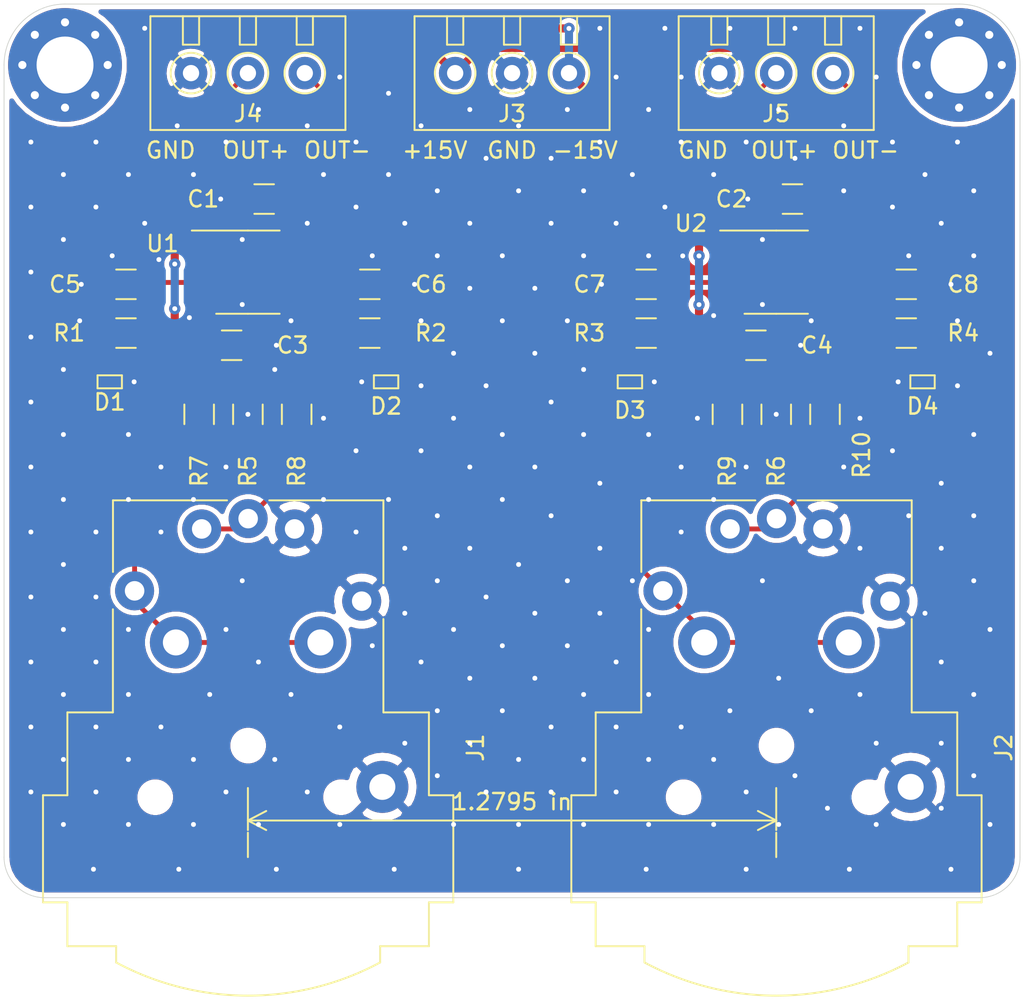
<source format=kicad_pcb>
(kicad_pcb (version 20171130) (host pcbnew "(5.1.6-0)")
  (layers (0 F.Cu signal) (31 B.Cu signal) (34 B.Paste user) (35 F.Paste user) (36 B.SilkS user) (37 F.SilkS user) (38 B.Mask user) (39 F.Mask user) (44 Edge.Cuts user))
  (net 0 "")
  (net 1 GND)
  (net 2 +15V)
  (net 3 -15V)
  (net 4 "Net-(C5-Pad1)")
  (net 5 "Net-(C6-Pad2)")
  (net 6 "Net-(C7-Pad1)")
  (net 7 "Net-(C8-Pad2)")
  (net 8 "Net-(D1-Pad1)")
  (net 9 "Net-(D2-Pad2)")
  (net 10 "Net-(D3-Pad1)")
  (net 11 "Net-(D4-Pad2)")
  (net 12 "Net-(J4-Pad2)")
  (net 13 "Net-(J5-Pad2)")
  (net 14 "Net-(R5-Pad1)")
  (net 15 "Net-(R10-Pad1)")
  (net 16 "Net-(J4-Pad1)")
  (net 17 "Net-(J5-Pad1)")
  (module local_footprint_lib:D_DFN1006 (layer F.Cu) (at 146.5 128.25)
    (fp_text reference D4 (at 0 1.5) (layer F.SilkS))
    (fp_text value SMF6.0CA)
    (pad 2 smd rect (at 0.4 0) (size 0.5 0.6) (layers F.Cu F.Paste F.Mask) (net 11 "Net-(D4-Pad2)"))
    (pad 1 smd rect (at -0.4 0) (size 0.5 0.6) (layers F.Cu F.Paste F.Mask) (net 1 GND))
  )
  (module local_footprint_lib:D_DFN1006 (layer F.Cu) (at 128.5 128.25)
    (fp_text reference D3 (at 0 1.75) (layer F.SilkS))
    (fp_text value SMF6.0CA)
    (pad 2 smd rect (at 0.4 0) (size 0.5 0.6) (layers F.Cu F.Paste F.Mask) (net 1 GND))
    (pad 1 smd rect (at -0.4 0) (size 0.5 0.6) (layers F.Cu F.Paste F.Mask) (net 10 "Net-(D3-Pad1)"))
  )
  (module local_footprint_lib:D_DFN1006 (layer F.Cu) (at 113.5 128.25)
    (fp_text reference D2 (at 0 1.5) (layer F.SilkS))
    (fp_text value SMF6.0CA)
    (pad 2 smd rect (at 0.4 0) (size 0.5 0.6) (layers F.Cu F.Paste F.Mask) (net 9 "Net-(D2-Pad2)"))
    (pad 1 smd rect (at -0.4 0) (size 0.5 0.6) (layers F.Cu F.Paste F.Mask) (net 1 GND))
  )
  (module local_footprint_lib:D_DFN1006 (layer F.Cu) (at 96.5 128.25)
    (fp_text reference D1 (at 0 1.25) (layer F.SilkS))
    (fp_text value SMF6.0CA)
    (pad 2 smd rect (at 0.4 0) (size 0.5 0.6) (layers F.Cu F.Paste F.Mask) (net 1 GND))
    (pad 1 smd rect (at -0.4 0) (size 0.5 0.6) (layers F.Cu F.Paste F.Mask) (net 8 "Net-(D1-Pad1)"))
  )
  (module Connector_Audio:Jack_XLR-6.35mm_Neutrik_NCJ6FA-H-0_Horizontal (layer F.Cu) (at 112 141.75 270)
    (fp_text reference J1 (at 9.015 -7 90) (layer F.SilkS))
    (fp_text value CH1)
    (pad "" np_thru_hole circle (at 12.065 12.7 270) (size 1.6 1.6) (drill 1.6) (layers *.Cu *.Mask))
    (pad "" np_thru_hole circle (at 12.065 1.27 270) (size 1.6 1.6) (drill 1.6) (layers *.Cu *.Mask))
    (pad G thru_hole circle (at 11.43 -1.27 270) (size 3.2 3.2) (drill 1.6) (layers *.Cu *.Mask) (net 1 GND))
    (pad "" np_thru_hole circle (at 8.89 6.985 270) (size 1.6 1.6) (drill 1.6) (layers *.Cu *.Mask))
    (pad T thru_hole circle (at 2.54 2.54 270) (size 3.2 3.2) (drill 1.6) (layers *.Cu *.Mask) (net 8 "Net-(D1-Pad1)"))
    (pad T thru_hole circle (at 2.54 11.43 270) (size 3.2 3.2) (drill 1.6) (layers *.Cu *.Mask) (net 8 "Net-(D1-Pad1)"))
    (pad R thru_hole circle (at -4.445 9.8425 270) (size 2.4 2.4) (drill 1.2) (layers *.Cu *.Mask) (net 9 "Net-(D2-Pad2)"))
    (pad S thru_hole circle (at -4.445 4.1275 270) (size 2.4 2.4) (drill 1.2) (layers *.Cu *.Mask) (net 1 GND))
    (pad 3 thru_hole circle (at -5.08 6.985 270) (size 2.4 2.4) (drill 1.2) (layers *.Cu *.Mask) (net 9 "Net-(D2-Pad2)"))
    (pad 2 thru_hole circle (at -0.635 13.97 270) (size 2.4 2.4) (drill 1.2) (layers *.Cu *.Mask) (net 8 "Net-(D1-Pad1)"))
    (pad 1 thru_hole circle (at 0 0 270) (size 2.4 2.4) (drill 1.2) (layers *.Cu *.Mask) (net 1 GND))
  )
  (module Connector_Audio:Jack_XLR-6.35mm_Neutrik_NCJ6FA-H-0_Horizontal (layer F.Cu) (at 144.5 141.75 270)
    (fp_text reference J2 (at 9.015 -7 90) (layer F.SilkS))
    (fp_text value CH2)
    (pad "" np_thru_hole circle (at 12.065 12.7 270) (size 1.6 1.6) (drill 1.6) (layers *.Cu *.Mask))
    (pad "" np_thru_hole circle (at 12.065 1.27 270) (size 1.6 1.6) (drill 1.6) (layers *.Cu *.Mask))
    (pad G thru_hole circle (at 11.43 -1.27 270) (size 3.2 3.2) (drill 1.6) (layers *.Cu *.Mask) (net 1 GND))
    (pad "" np_thru_hole circle (at 8.89 6.985 270) (size 1.6 1.6) (drill 1.6) (layers *.Cu *.Mask))
    (pad T thru_hole circle (at 2.54 2.54 270) (size 3.2 3.2) (drill 1.6) (layers *.Cu *.Mask) (net 10 "Net-(D3-Pad1)"))
    (pad T thru_hole circle (at 2.54 11.43 270) (size 3.2 3.2) (drill 1.6) (layers *.Cu *.Mask) (net 10 "Net-(D3-Pad1)"))
    (pad R thru_hole circle (at -4.445 9.8425 270) (size 2.4 2.4) (drill 1.2) (layers *.Cu *.Mask) (net 11 "Net-(D4-Pad2)"))
    (pad S thru_hole circle (at -4.445 4.1275 270) (size 2.4 2.4) (drill 1.2) (layers *.Cu *.Mask) (net 1 GND))
    (pad 3 thru_hole circle (at -5.08 6.985 270) (size 2.4 2.4) (drill 1.2) (layers *.Cu *.Mask) (net 11 "Net-(D4-Pad2)"))
    (pad 2 thru_hole circle (at -0.635 13.97 270) (size 2.4 2.4) (drill 1.2) (layers *.Cu *.Mask) (net 10 "Net-(D3-Pad1)"))
    (pad 1 thru_hole circle (at 0 0 270) (size 2.4 2.4) (drill 1.2) (layers *.Cu *.Mask) (net 1 GND))
  )
  (module Package_SO:SOIC-8_3.9x4.9mm_P1.27mm (layer F.Cu) (at 137.5 121.5)
    (fp_text reference U2 (at -5.25 -3) (layer F.SilkS))
    (fp_text value LM4562)
    (pad 8 smd roundrect (at 2.475 -1.905) (size 1.95 0.6) (layers F.Cu F.Paste F.Mask) (net 2 +15V))
    (pad 7 smd roundrect (at 2.475 -0.635) (size 1.95 0.6) (layers F.Cu F.Paste F.Mask) (net 17 "Net-(J5-Pad1)"))
    (pad 6 smd roundrect (at 2.475 0.635) (size 1.95 0.6) (layers F.Cu F.Paste F.Mask) (net 17 "Net-(J5-Pad1)"))
    (pad 5 smd roundrect (at 2.475 1.905) (size 1.95 0.6) (layers F.Cu F.Paste F.Mask) (net 7 "Net-(C8-Pad2)"))
    (pad 4 smd roundrect (at -2.475 1.905) (size 1.95 0.6) (layers F.Cu F.Paste F.Mask) (net 3 -15V))
    (pad 3 smd roundrect (at -2.475 0.635) (size 1.95 0.6) (layers F.Cu F.Paste F.Mask) (net 6 "Net-(C7-Pad1)"))
    (pad 2 smd roundrect (at -2.475 -0.635) (size 1.95 0.6) (layers F.Cu F.Paste F.Mask) (net 13 "Net-(J5-Pad2)"))
    (pad 1 smd roundrect (at -2.475 -1.905) (size 1.95 0.6) (layers F.Cu F.Paste F.Mask) (net 13 "Net-(J5-Pad2)"))
  )
  (module Package_SO:SOIC-8_3.9x4.9mm_P1.27mm (layer F.Cu) (at 105 121.5)
    (fp_text reference U1 (at -5.25 -1.75) (layer F.SilkS))
    (fp_text value LM4562)
    (pad 8 smd roundrect (at 2.475 -1.905) (size 1.95 0.6) (layers F.Cu F.Paste F.Mask) (net 2 +15V))
    (pad 7 smd roundrect (at 2.475 -0.635) (size 1.95 0.6) (layers F.Cu F.Paste F.Mask) (net 16 "Net-(J4-Pad1)"))
    (pad 6 smd roundrect (at 2.475 0.635) (size 1.95 0.6) (layers F.Cu F.Paste F.Mask) (net 16 "Net-(J4-Pad1)"))
    (pad 5 smd roundrect (at 2.475 1.905) (size 1.95 0.6) (layers F.Cu F.Paste F.Mask) (net 5 "Net-(C6-Pad2)"))
    (pad 4 smd roundrect (at -2.475 1.905) (size 1.95 0.6) (layers F.Cu F.Paste F.Mask) (net 3 -15V))
    (pad 3 smd roundrect (at -2.475 0.635) (size 1.95 0.6) (layers F.Cu F.Paste F.Mask) (net 4 "Net-(C5-Pad1)"))
    (pad 2 smd roundrect (at -2.475 -0.635) (size 1.95 0.6) (layers F.Cu F.Paste F.Mask) (net 12 "Net-(J4-Pad2)"))
    (pad 1 smd roundrect (at -2.475 -1.905) (size 1.95 0.6) (layers F.Cu F.Paste F.Mask) (net 12 "Net-(J4-Pad2)"))
  )
  (module Resistor_SMD:R_1206_3216Metric (layer F.Cu) (at 140.5 130.25 90)
    (fp_text reference R10 (at -2.5 2.25 90) (layer F.SilkS))
    (fp_text value 47K)
    (pad 2 smd roundrect (at 1.4 0 90) (size 1.25 1.75) (layers F.Cu F.Paste F.Mask) (roundrect_rratio 0.2) (net 7 "Net-(C8-Pad2)"))
    (pad 1 smd roundrect (at -1.4 0 90) (size 1.25 1.75) (layers F.Cu F.Paste F.Mask) (roundrect_rratio 0.2) (net 15 "Net-(R10-Pad1)"))
  )
  (module Resistor_SMD:R_1206_3216Metric (layer F.Cu) (at 134.5 130.25 270)
    (fp_text reference R9 (at 3.5 0 90) (layer F.SilkS))
    (fp_text value 47K)
    (pad 2 smd roundrect (at 1.4 0 270) (size 1.25 1.75) (layers F.Cu F.Paste F.Mask) (roundrect_rratio 0.2) (net 15 "Net-(R10-Pad1)"))
    (pad 1 smd roundrect (at -1.4 0 270) (size 1.25 1.75) (layers F.Cu F.Paste F.Mask) (roundrect_rratio 0.2) (net 6 "Net-(C7-Pad1)"))
  )
  (module Resistor_SMD:R_1206_3216Metric (layer F.Cu) (at 108 130.25 90)
    (fp_text reference R8 (at -3.5 0 90) (layer F.SilkS))
    (fp_text value 47K)
    (pad 2 smd roundrect (at 1.4 0 90) (size 1.25 1.75) (layers F.Cu F.Paste F.Mask) (roundrect_rratio 0.2) (net 5 "Net-(C6-Pad2)"))
    (pad 1 smd roundrect (at -1.4 0 90) (size 1.25 1.75) (layers F.Cu F.Paste F.Mask) (roundrect_rratio 0.2) (net 14 "Net-(R5-Pad1)"))
  )
  (module Resistor_SMD:R_1206_3216Metric (layer F.Cu) (at 102 130.25 270)
    (fp_text reference R7 (at 3.5 0 90) (layer F.SilkS))
    (fp_text value 47K)
    (pad 2 smd roundrect (at 1.4 0 270) (size 1.25 1.75) (layers F.Cu F.Paste F.Mask) (roundrect_rratio 0.2) (net 14 "Net-(R5-Pad1)"))
    (pad 1 smd roundrect (at -1.4 0 270) (size 1.25 1.75) (layers F.Cu F.Paste F.Mask) (roundrect_rratio 0.2) (net 4 "Net-(C5-Pad1)"))
  )
  (module Resistor_SMD:R_1206_3216Metric (layer F.Cu) (at 137.5 130.25 90)
    (fp_text reference R6 (at -3.5 0 90) (layer F.SilkS))
    (fp_text value 2M2)
    (pad 2 smd roundrect (at 1.4 0 90) (size 1.25 1.75) (layers F.Cu F.Paste F.Mask) (roundrect_rratio 0.2) (net 1 GND))
    (pad 1 smd roundrect (at -1.4 0 90) (size 1.25 1.75) (layers F.Cu F.Paste F.Mask) (roundrect_rratio 0.2) (net 15 "Net-(R10-Pad1)"))
  )
  (module Resistor_SMD:R_1206_3216Metric (layer F.Cu) (at 105 130.25 90)
    (fp_text reference R5 (at -3.5 0 90) (layer F.SilkS))
    (fp_text value 2M2)
    (pad 2 smd roundrect (at 1.4 0 90) (size 1.25 1.75) (layers F.Cu F.Paste F.Mask) (roundrect_rratio 0.2) (net 1 GND))
    (pad 1 smd roundrect (at -1.4 0 90) (size 1.25 1.75) (layers F.Cu F.Paste F.Mask) (roundrect_rratio 0.2) (net 14 "Net-(R5-Pad1)"))
  )
  (module Resistor_SMD:R_1206_3216Metric (layer F.Cu) (at 145.5 125.25)
    (fp_text reference R4 (at 3.5 0) (layer F.SilkS))
    (fp_text value 100R)
    (pad 2 smd roundrect (at 1.4 0) (size 1.25 1.75) (layers F.Cu F.Paste F.Mask) (roundrect_rratio 0.2) (net 11 "Net-(D4-Pad2)"))
    (pad 1 smd roundrect (at -1.4 0) (size 1.25 1.75) (layers F.Cu F.Paste F.Mask) (roundrect_rratio 0.2) (net 7 "Net-(C8-Pad2)"))
  )
  (module Resistor_SMD:R_1206_3216Metric (layer F.Cu) (at 129.5 125.25 180)
    (fp_text reference R3 (at 3.5 0) (layer F.SilkS))
    (fp_text value 100R)
    (pad 2 smd roundrect (at 1.4 0 180) (size 1.25 1.75) (layers F.Cu F.Paste F.Mask) (roundrect_rratio 0.2) (net 10 "Net-(D3-Pad1)"))
    (pad 1 smd roundrect (at -1.4 0 180) (size 1.25 1.75) (layers F.Cu F.Paste F.Mask) (roundrect_rratio 0.2) (net 6 "Net-(C7-Pad1)"))
  )
  (module Resistor_SMD:R_1206_3216Metric (layer F.Cu) (at 112.5 125.25)
    (fp_text reference R2 (at 3.75 0) (layer F.SilkS))
    (fp_text value 100R)
    (pad 2 smd roundrect (at 1.4 0) (size 1.25 1.75) (layers F.Cu F.Paste F.Mask) (roundrect_rratio 0.2) (net 9 "Net-(D2-Pad2)"))
    (pad 1 smd roundrect (at -1.4 0) (size 1.25 1.75) (layers F.Cu F.Paste F.Mask) (roundrect_rratio 0.2) (net 5 "Net-(C6-Pad2)"))
  )
  (module Resistor_SMD:R_1206_3216Metric (layer F.Cu) (at 97.5 125.25 180)
    (fp_text reference R1 (at 3.5 0) (layer F.SilkS))
    (fp_text value 100R)
    (pad 2 smd roundrect (at 1.4 0 180) (size 1.25 1.75) (layers F.Cu F.Paste F.Mask) (roundrect_rratio 0.2) (net 8 "Net-(D1-Pad1)"))
    (pad 1 smd roundrect (at -1.4 0 180) (size 1.25 1.75) (layers F.Cu F.Paste F.Mask) (roundrect_rratio 0.2) (net 4 "Net-(C5-Pad1)"))
  )
  (module Capacitor_SMD:C_1206_3216Metric (layer F.Cu) (at 145.5 122.25 180)
    (fp_text reference C8 (at -3.5 0) (layer F.SilkS))
    (fp_text value 220p)
    (pad 2 smd roundrect (at 1.4 0 180) (size 1.25 1.75) (layers F.Cu F.Paste F.Mask) (roundrect_rratio 0.2) (net 7 "Net-(C8-Pad2)"))
    (pad 1 smd roundrect (at -1.4 0 180) (size 1.25 1.75) (layers F.Cu F.Paste F.Mask) (roundrect_rratio 0.2) (net 1 GND))
  )
  (module Capacitor_SMD:C_1206_3216Metric (layer F.Cu) (at 129.5 122.25 180)
    (fp_text reference C7 (at 3.5 0) (layer F.SilkS))
    (fp_text value 220p)
    (pad 2 smd roundrect (at 1.4 0 180) (size 1.25 1.75) (layers F.Cu F.Paste F.Mask) (roundrect_rratio 0.2) (net 1 GND))
    (pad 1 smd roundrect (at -1.4 0 180) (size 1.25 1.75) (layers F.Cu F.Paste F.Mask) (roundrect_rratio 0.2) (net 6 "Net-(C7-Pad1)"))
  )
  (module Capacitor_SMD:C_1206_3216Metric (layer F.Cu) (at 112.5 122.25 180)
    (fp_text reference C6 (at -3.75 0) (layer F.SilkS))
    (fp_text value 220p)
    (pad 2 smd roundrect (at 1.4 0 180) (size 1.25 1.75) (layers F.Cu F.Paste F.Mask) (roundrect_rratio 0.2) (net 5 "Net-(C6-Pad2)"))
    (pad 1 smd roundrect (at -1.4 0 180) (size 1.25 1.75) (layers F.Cu F.Paste F.Mask) (roundrect_rratio 0.2) (net 1 GND))
  )
  (module Capacitor_SMD:C_1206_3216Metric (layer F.Cu) (at 97.5 122.25 180)
    (fp_text reference C5 (at 3.75 0) (layer F.SilkS))
    (fp_text value 220p)
    (pad 2 smd roundrect (at 1.4 0 180) (size 1.25 1.75) (layers F.Cu F.Paste F.Mask) (roundrect_rratio 0.2) (net 1 GND))
    (pad 1 smd roundrect (at -1.4 0 180) (size 1.25 1.75) (layers F.Cu F.Paste F.Mask) (roundrect_rratio 0.2) (net 4 "Net-(C5-Pad1)"))
  )
  (module Capacitor_SMD:C_1206_3216Metric (layer F.Cu) (at 136.25 126 180)
    (fp_text reference C4 (at -3.75 0) (layer F.SilkS))
    (fp_text value 100n)
    (pad 2 smd roundrect (at 1.4 0 180) (size 1.25 1.75) (layers F.Cu F.Paste F.Mask) (roundrect_rratio 0.2) (net 3 -15V))
    (pad 1 smd roundrect (at -1.4 0 180) (size 1.25 1.75) (layers F.Cu F.Paste F.Mask) (roundrect_rratio 0.2) (net 1 GND))
  )
  (module Capacitor_SMD:C_1206_3216Metric (layer F.Cu) (at 104 126 180)
    (fp_text reference C3 (at -3.75 0) (layer F.SilkS))
    (fp_text value 100n)
    (pad 2 smd roundrect (at 1.4 0 180) (size 1.25 1.75) (layers F.Cu F.Paste F.Mask) (roundrect_rratio 0.2) (net 3 -15V))
    (pad 1 smd roundrect (at -1.4 0 180) (size 1.25 1.75) (layers F.Cu F.Paste F.Mask) (roundrect_rratio 0.2) (net 1 GND))
  )
  (module Capacitor_SMD:C_1206_3216Metric (layer F.Cu) (at 138.5 117 180)
    (fp_text reference C2 (at 3.75 0) (layer F.SilkS))
    (fp_text value 100n)
    (pad 2 smd roundrect (at 1.4 0 180) (size 1.25 1.75) (layers F.Cu F.Paste F.Mask) (roundrect_rratio 0.2) (net 1 GND))
    (pad 1 smd roundrect (at -1.4 0 180) (size 1.25 1.75) (layers F.Cu F.Paste F.Mask) (roundrect_rratio 0.2) (net 2 +15V))
  )
  (module Capacitor_SMD:C_1206_3216Metric (layer F.Cu) (at 106 117 180)
    (fp_text reference C1 (at 3.75 0) (layer F.SilkS))
    (fp_text value 100n)
    (pad 2 smd roundrect (at 1.4 0 180) (size 1.25 1.75) (layers F.Cu F.Paste F.Mask) (roundrect_rratio 0.2) (net 1 GND))
    (pad 1 smd roundrect (at -1.4 0 180) (size 1.25 1.75) (layers F.Cu F.Paste F.Mask) (roundrect_rratio 0.2) (net 2 +15V))
  )
  (module MountingHole:MountingHole_3.5mm_Pad_Via (layer F.Cu) (at 148.75 108.75)
    (fp_text reference H2)
    (fp_text value MountingHole)
    (pad 1 thru_hole circle (at 1.856155 -1.856155) (size 0.8 0.8) (drill 0.5) (layers *.Cu *.Mask))
    (pad 1 thru_hole circle (at 0 -2.625) (size 0.8 0.8) (drill 0.5) (layers *.Cu *.Mask))
    (pad 1 thru_hole circle (at -1.856155 -1.856155) (size 0.8 0.8) (drill 0.5) (layers *.Cu *.Mask))
    (pad 1 thru_hole circle (at -2.625 0) (size 0.8 0.8) (drill 0.5) (layers *.Cu *.Mask))
    (pad 1 thru_hole circle (at -1.856155 1.856155) (size 0.8 0.8) (drill 0.5) (layers *.Cu *.Mask))
    (pad 1 thru_hole circle (at 0 2.625) (size 0.8 0.8) (drill 0.5) (layers *.Cu *.Mask))
    (pad 1 thru_hole circle (at 1.856155 1.856155) (size 0.8 0.8) (drill 0.5) (layers *.Cu *.Mask))
    (pad 1 thru_hole circle (at 2.625 0) (size 0.8 0.8) (drill 0.5) (layers *.Cu *.Mask))
    (pad 1 thru_hole circle (at 0 0) (size 7 7) (drill 3.5) (layers *.Cu *.Mask))
  )
  (module MountingHole:MountingHole_3.5mm_Pad_Via (layer F.Cu) (at 93.75 108.75)
    (fp_text reference H1)
    (fp_text value MountingHole)
    (pad 1 thru_hole circle (at 1.856155 -1.856155) (size 0.8 0.8) (drill 0.5) (layers *.Cu *.Mask))
    (pad 1 thru_hole circle (at 0 -2.625) (size 0.8 0.8) (drill 0.5) (layers *.Cu *.Mask))
    (pad 1 thru_hole circle (at -1.856155 -1.856155) (size 0.8 0.8) (drill 0.5) (layers *.Cu *.Mask))
    (pad 1 thru_hole circle (at -2.625 0) (size 0.8 0.8) (drill 0.5) (layers *.Cu *.Mask))
    (pad 1 thru_hole circle (at -1.856155 1.856155) (size 0.8 0.8) (drill 0.5) (layers *.Cu *.Mask))
    (pad 1 thru_hole circle (at 0 2.625) (size 0.8 0.8) (drill 0.5) (layers *.Cu *.Mask))
    (pad 1 thru_hole circle (at 1.856155 1.856155) (size 0.8 0.8) (drill 0.5) (layers *.Cu *.Mask))
    (pad 1 thru_hole circle (at 2.625 0) (size 0.8 0.8) (drill 0.5) (layers *.Cu *.Mask))
    (pad 1 thru_hole circle (at 0 0) (size 7 7) (drill 3.5) (layers *.Cu *.Mask))
  )
  (module "local_footprint_lib:TerminalBlock_ Amphenol_01_03_P3.50mm" (layer F.Cu) (at 137.5 109.25 180)
    (fp_text reference J5 (at 0 -2.5) (layer F.SilkS))
    (fp_text value CH2_OUT)
    (pad 3 thru_hole circle (at 3.5 0 180) (size 2 2) (drill 1) (layers *.Cu *.Mask) (net 1 GND))
    (pad 2 thru_hole circle (at 0 0 180) (size 2 2) (drill 1) (layers *.Cu *.Mask) (net 13 "Net-(J5-Pad2)"))
    (pad 1 thru_hole circle (at -3.5 0 180) (size 2 2) (drill 1) (layers *.Cu *.Mask) (net 17 "Net-(J5-Pad1)"))
  )
  (module "local_footprint_lib:TerminalBlock_ Amphenol_01_03_P3.50mm" (layer F.Cu) (at 105 109.25 180)
    (fp_text reference J4 (at 0 -2.5) (layer F.SilkS))
    (fp_text value CH1_OUT)
    (pad 3 thru_hole circle (at 3.5 0 180) (size 2 2) (drill 1) (layers *.Cu *.Mask) (net 1 GND))
    (pad 2 thru_hole circle (at 0 0 180) (size 2 2) (drill 1) (layers *.Cu *.Mask) (net 12 "Net-(J4-Pad2)"))
    (pad 1 thru_hole circle (at -3.5 0 180) (size 2 2) (drill 1) (layers *.Cu *.Mask) (net 16 "Net-(J4-Pad1)"))
  )
  (module "local_footprint_lib:TerminalBlock_ Amphenol_01_03_P3.50mm" (layer F.Cu) (at 121.25 109.25 180)
    (fp_text reference J3 (at 0 -2.5) (layer F.SilkS))
    (fp_text value POWER)
    (pad 3 thru_hole circle (at 3.5 0 180) (size 2 2) (drill 1) (layers *.Cu *.Mask) (net 2 +15V))
    (pad 2 thru_hole circle (at 0 0 180) (size 2 2) (drill 1) (layers *.Cu *.Mask) (net 1 GND))
    (pad 1 thru_hole circle (at -3.5 0 180) (size 2 2) (drill 1) (layers *.Cu *.Mask) (net 3 -15V))
  )
  (gr_line (start 137.5 156) (end 137.5 157.5) (layer F.SilkS) (width 0.12))
  (gr_line (start 105 156) (end 105 157.5) (layer F.SilkS) (width 0.12))
  (dimension 32.5 (width 0.12) (layer F.SilkS) (gr_text "32.500 mm" (at 121.25 156.52) (layer F.SilkS) (effects (font (size 1 1) (thickness 0.15)))) (feature1 (pts (xy 137.5 153.25) (xy 137.5 155.836421))) (feature2 (pts (xy 105 153.25) (xy 105 155.836421))) (crossbar (pts (xy 105 155.25) (xy 137.5 155.25))) (arrow1a (pts (xy 137.5 155.25) (xy 136.373496 155.836421))) (arrow1b (pts (xy 137.5 155.25) (xy 136.373496 154.663579))) (arrow2a (pts (xy 105 155.25) (xy 106.126504 155.836421))) (arrow2b (pts (xy 105 155.25) (xy 106.126504 154.663579))))
  (gr_arc (start 93.75 108.75) (end 93.75 105) (angle -90) (layer Edge.Cuts) (width 0.05))
  (gr_arc (start 148.75 108.75) (end 152.5 108.75) (angle -90) (layer Edge.Cuts) (width 0.05))
  (gr_arc (start 150 157.5) (end 150 160) (angle -90) (layer Edge.Cuts) (width 0.05))
  (gr_arc (start 92.5 157.5) (end 90 157.5) (angle -90) (layer Edge.Cuts) (width 0.05))
  (gr_line (start 90 108.75) (end 90 157.5) (layer Edge.Cuts) (width 0.05))
  (gr_line (start 148.75 105) (end 93.75 105) (layer Edge.Cuts) (width 0.05))
  (gr_line (start 152.5 157.5) (end 152.5 108.75) (layer Edge.Cuts) (width 0.05))
  (gr_line (start 92.5 160) (end 150 160) (layer Edge.Cuts) (width 0.05))
  (gr_text -15V (at 125.75 114) (layer F.SilkS) (effects (font (size 1 1))))
  (gr_text +15V (at 116.5 114) (layer F.SilkS) (effects (font (size 1 1))))
  (gr_text "OUT-\n" (at 110.5 114) (layer F.SilkS) (effects (font (size 1 1))))
  (gr_text "OUT-\n" (at 143 114) (layer F.SilkS) (effects (font (size 1 1))))
  (gr_text OUT+ (at 138 114) (layer F.SilkS) (effects (font (size 1 1))))
  (gr_text OUT+ (at 105.5 114) (layer F.SilkS) (effects (font (size 1 1))))
  (gr_text GND (at 133 114) (layer F.SilkS) (effects (font (size 1 1))))
  (gr_text GND (at 121.25 114) (layer F.SilkS) (effects (font (size 1 1))))
  (gr_text GND (at 100.25 114) (layer F.SilkS) (effects (font (size 1 1))))
  (via (at 95.5 158.25) (size 0.7) (drill 0.3) (layers F.Cu B.Cu) (net 1))
  (via (at 100.75 158.25) (size 0.7) (drill 0.3) (layers F.Cu B.Cu) (net 1))
  (via (at 106.75 158.25) (size 0.7) (drill 0.3) (layers F.Cu B.Cu) (net 1))
  (via (at 114 158.25) (size 0.7) (drill 0.3) (layers F.Cu B.Cu) (net 1))
  (via (at 121.651191 158.25) (size 0.7) (drill 0.3) (layers F.Cu B.Cu) (net 1))
  (via (at 129.5 158.25) (size 0.7) (drill 0.3) (layers F.Cu B.Cu) (net 1))
  (via (at 135.651191 158.25) (size 0.7) (drill 0.3) (layers F.Cu B.Cu) (net 1))
  (via (at 142 158.25) (size 0.7) (drill 0.3) (layers F.Cu B.Cu) (net 1))
  (via (at 148.25 158.25) (size 0.7) (drill 0.3) (layers F.Cu B.Cu) (net 1))
  (via (at 103.325 117) (size 0.7) (drill 0.3) (layers F.Cu B.Cu) (net 1))
  (segment (start 104.6 117) (end 103.325 117) (width 0.5) (layer F.Cu) (net 1))
  (via (at 106.75 126) (size 0.7) (drill 0.3) (layers F.Cu B.Cu) (net 1))
  (segment (start 105.4 126) (end 106.75 126) (width 0.5) (layer F.Cu) (net 1))
  (via (at 94.75 122.25) (size 0.7) (drill 0.3) (layers F.Cu B.Cu) (net 1))
  (segment (start 96.1 122.25) (end 94.75 122.25) (width 0.5) (layer F.Cu) (net 1))
  (via (at 105 130.25) (size 0.7) (drill 0.3) (layers F.Cu B.Cu) (net 1))
  (segment (start 105 128.85) (end 105 130.25) (width 0.5) (layer F.Cu) (net 1))
  (via (at 115.25 122.25) (size 0.7) (drill 0.3) (layers F.Cu B.Cu) (net 1))
  (segment (start 113.9 122.25) (end 115.25 122.25) (width 0.5) (layer F.Cu) (net 1))
  (via (at 137.5 130.25) (size 0.7) (drill 0.3) (layers F.Cu B.Cu) (net 1))
  (segment (start 137.5 128.85) (end 137.5 130.25) (width 0.5) (layer F.Cu) (net 1))
  (via (at 139 126) (size 0.7) (drill 0.3) (layers F.Cu B.Cu) (net 1))
  (segment (start 137.65 126) (end 139 126) (width 0.5) (layer F.Cu) (net 1))
  (via (at 135.75 117) (size 0.7) (drill 0.3) (layers F.Cu B.Cu) (net 1))
  (segment (start 137.1 117) (end 135.75 117) (width 0.5) (layer F.Cu) (net 1))
  (via (at 148.25 122.25) (size 0.7) (drill 0.3) (layers F.Cu B.Cu) (net 1))
  (segment (start 146.9 122.25) (end 148.25 122.25) (width 0.5) (layer F.Cu) (net 1))
  (via (at 126.75 122.25) (size 0.7) (drill 0.3) (layers F.Cu B.Cu) (net 1))
  (segment (start 128.1 122.25) (end 126.75 122.25) (width 0.5) (layer F.Cu) (net 1))
  (via (at 91.651191 113.4925) (size 0.7) (drill 0.3) (layers F.Cu B.Cu) (net 1))
  (via (at 91.651191 117.4925) (size 0.7) (drill 0.3) (layers F.Cu B.Cu) (net 1))
  (via (at 91.651191 121.4925) (size 0.7) (drill 0.3) (layers F.Cu B.Cu) (net 1))
  (via (at 91.651191 125.4925) (size 0.7) (drill 0.3) (layers F.Cu B.Cu) (net 1))
  (via (at 91.651191 129.4925) (size 0.7) (drill 0.3) (layers F.Cu B.Cu) (net 1))
  (via (at 91.651191 133.4925) (size 0.7) (drill 0.3) (layers F.Cu B.Cu) (net 1))
  (via (at 91.651191 137.4925) (size 0.7) (drill 0.3) (layers F.Cu B.Cu) (net 1))
  (via (at 91.651191 141.4925) (size 0.7) (drill 0.3) (layers F.Cu B.Cu) (net 1))
  (via (at 91.651191 145.4925) (size 0.7) (drill 0.3) (layers F.Cu B.Cu) (net 1))
  (via (at 91.651191 149.4925) (size 0.7) (drill 0.3) (layers F.Cu B.Cu) (net 1))
  (via (at 91.651191 153.4925) (size 0.7) (drill 0.3) (layers F.Cu B.Cu) (net 1))
  (via (at 93.651191 115.4925) (size 0.7) (drill 0.3) (layers F.Cu B.Cu) (net 1))
  (via (at 93.651191 119.4925) (size 0.7) (drill 0.3) (layers F.Cu B.Cu) (net 1))
  (via (at 93.651191 127.4925) (size 0.7) (drill 0.3) (layers F.Cu B.Cu) (net 1))
  (via (at 93.651191 131.4925) (size 0.7) (drill 0.3) (layers F.Cu B.Cu) (net 1))
  (via (at 93.651191 135.4925) (size 0.7) (drill 0.3) (layers F.Cu B.Cu) (net 1))
  (via (at 93.651191 139.4925) (size 0.7) (drill 0.3) (layers F.Cu B.Cu) (net 1))
  (via (at 93.651191 143.4925) (size 0.7) (drill 0.3) (layers F.Cu B.Cu) (net 1))
  (via (at 93.651191 147.4925) (size 0.7) (drill 0.3) (layers F.Cu B.Cu) (net 1))
  (via (at 93.651191 151.4925) (size 0.7) (drill 0.3) (layers F.Cu B.Cu) (net 1))
  (via (at 93.651191 155.4925) (size 0.7) (drill 0.3) (layers F.Cu B.Cu) (net 1))
  (via (at 94.651191 124.4925) (size 0.7) (drill 0.3) (layers F.Cu B.Cu) (net 1))
  (via (at 95.651191 113.4925) (size 0.7) (drill 0.3) (layers F.Cu B.Cu) (net 1))
  (via (at 95.651191 117.4925) (size 0.7) (drill 0.3) (layers F.Cu B.Cu) (net 1))
  (via (at 95.651191 137.4925) (size 0.7) (drill 0.3) (layers F.Cu B.Cu) (net 1))
  (via (at 95.651191 141.4925) (size 0.7) (drill 0.3) (layers F.Cu B.Cu) (net 1))
  (via (at 95.651191 145.4925) (size 0.7) (drill 0.3) (layers F.Cu B.Cu) (net 1))
  (via (at 95.651191 149.4925) (size 0.7) (drill 0.3) (layers F.Cu B.Cu) (net 1))
  (via (at 95.651191 153.4925) (size 0.7) (drill 0.3) (layers F.Cu B.Cu) (net 1))
  (via (at 96.651191 120.4925) (size 0.7) (drill 0.3) (layers F.Cu B.Cu) (net 1))
  (via (at 97.651191 115.4925) (size 0.7) (drill 0.3) (layers F.Cu B.Cu) (net 1))
  (via (at 97.651191 131.4925) (size 0.7) (drill 0.3) (layers F.Cu B.Cu) (net 1))
  (via (at 97.651191 135.4925) (size 0.7) (drill 0.3) (layers F.Cu B.Cu) (net 1))
  (via (at 97.651191 143.4925) (size 0.7) (drill 0.3) (layers F.Cu B.Cu) (net 1))
  (via (at 97.651191 147.4925) (size 0.7) (drill 0.3) (layers F.Cu B.Cu) (net 1))
  (via (at 97.651191 151.4925) (size 0.7) (drill 0.3) (layers F.Cu B.Cu) (net 1))
  (via (at 97.651191 155.4925) (size 0.7) (drill 0.3) (layers F.Cu B.Cu) (net 1))
  (via (at 98.651191 106.4925) (size 0.7) (drill 0.3) (layers F.Cu B.Cu) (net 1))
  (via (at 98.651191 118.4925) (size 0.7) (drill 0.3) (layers F.Cu B.Cu) (net 1))
  (via (at 99.651191 133.4925) (size 0.7) (drill 0.3) (layers F.Cu B.Cu) (net 1))
  (via (at 99.651191 137.4925) (size 0.7) (drill 0.3) (layers F.Cu B.Cu) (net 1))
  (via (at 99.651191 149.4925) (size 0.7) (drill 0.3) (layers F.Cu B.Cu) (net 1))
  (via (at 100.651191 112.4925) (size 0.7) (drill 0.3) (layers F.Cu B.Cu) (net 1))
  (via (at 101.651191 115.4925) (size 0.7) (drill 0.3) (layers F.Cu B.Cu) (net 1))
  (via (at 101.651191 135.4925) (size 0.7) (drill 0.3) (layers F.Cu B.Cu) (net 1))
  (via (at 101.651191 151.4925) (size 0.7) (drill 0.3) (layers F.Cu B.Cu) (net 1))
  (via (at 101.651191 155.4925) (size 0.7) (drill 0.3) (layers F.Cu B.Cu) (net 1))
  (via (at 102.651191 147.4925) (size 0.7) (drill 0.3) (layers F.Cu B.Cu) (net 1))
  (via (at 103.651191 113.4925) (size 0.7) (drill 0.3) (layers F.Cu B.Cu) (net 1))
  (via (at 103.651191 133.4925) (size 0.7) (drill 0.3) (layers F.Cu B.Cu) (net 1))
  (via (at 103.651191 143.4925) (size 0.7) (drill 0.3) (layers F.Cu B.Cu) (net 1))
  (via (at 103.651191 153.4925) (size 0.7) (drill 0.3) (layers F.Cu B.Cu) (net 1))
  (via (at 104.651191 119.4925) (size 0.7) (drill 0.3) (layers F.Cu B.Cu) (net 1))
  (via (at 104.651191 123.4925) (size 0.7) (drill 0.3) (layers F.Cu B.Cu) (net 1))
  (via (at 104.651191 140.4925) (size 0.7) (drill 0.3) (layers F.Cu B.Cu) (net 1))
  (via (at 105.651191 111.4925) (size 0.7) (drill 0.3) (layers F.Cu B.Cu) (net 1))
  (via (at 105.651191 145.4925) (size 0.7) (drill 0.3) (layers F.Cu B.Cu) (net 1))
  (via (at 105.651191 155.4925) (size 0.7) (drill 0.3) (layers F.Cu B.Cu) (net 1))
  (via (at 106.651191 127.4925) (size 0.7) (drill 0.3) (layers F.Cu B.Cu) (net 1))
  (via (at 106.651191 151.4925) (size 0.7) (drill 0.3) (layers F.Cu B.Cu) (net 1))
  (via (at 107.651191 124.4925) (size 0.7) (drill 0.3) (layers F.Cu B.Cu) (net 1))
  (via (at 107.651191 147.4925) (size 0.7) (drill 0.3) (layers F.Cu B.Cu) (net 1))
  (via (at 108.651191 112.4925) (size 0.7) (drill 0.3) (layers F.Cu B.Cu) (net 1))
  (via (at 108.651191 118.4925) (size 0.7) (drill 0.3) (layers F.Cu B.Cu) (net 1))
  (via (at 108.651191 153.4925) (size 0.7) (drill 0.3) (layers F.Cu B.Cu) (net 1))
  (via (at 109.651191 115.4925) (size 0.7) (drill 0.3) (layers F.Cu B.Cu) (net 1))
  (via (at 109.651191 130.4925) (size 0.7) (drill 0.3) (layers F.Cu B.Cu) (net 1))
  (via (at 109.651191 135.4925) (size 0.7) (drill 0.3) (layers F.Cu B.Cu) (net 1))
  (via (at 110.651191 109.4925) (size 0.7) (drill 0.3) (layers F.Cu B.Cu) (net 1))
  (via (at 110.651191 149.4925) (size 0.7) (drill 0.3) (layers F.Cu B.Cu) (net 1))
  (via (at 110.651191 155.4925) (size 0.7) (drill 0.3) (layers F.Cu B.Cu) (net 1))
  (via (at 111.651191 113.4925) (size 0.7) (drill 0.3) (layers F.Cu B.Cu) (net 1))
  (via (at 111.651191 117.4925) (size 0.7) (drill 0.3) (layers F.Cu B.Cu) (net 1))
  (via (at 111.651191 132.4925) (size 0.7) (drill 0.3) (layers F.Cu B.Cu) (net 1))
  (via (at 111.651191 137.4925) (size 0.7) (drill 0.3) (layers F.Cu B.Cu) (net 1))
  (via (at 112.651191 120.4925) (size 0.7) (drill 0.3) (layers F.Cu B.Cu) (net 1))
  (via (at 112.651191 144.4925) (size 0.7) (drill 0.3) (layers F.Cu B.Cu) (net 1))
  (via (at 113.651191 110.4925) (size 0.7) (drill 0.3) (layers F.Cu B.Cu) (net 1))
  (via (at 113.651191 115.4925) (size 0.7) (drill 0.3) (layers F.Cu B.Cu) (net 1))
  (via (at 113.651191 135.4925) (size 0.7) (drill 0.3) (layers F.Cu B.Cu) (net 1))
  (via (at 114.651191 118.4925) (size 0.7) (drill 0.3) (layers F.Cu B.Cu) (net 1))
  (via (at 114.651191 138.4925) (size 0.7) (drill 0.3) (layers F.Cu B.Cu) (net 1))
  (via (at 114.651191 142.4925) (size 0.7) (drill 0.3) (layers F.Cu B.Cu) (net 1))
  (via (at 114.651191 150.4925) (size 0.7) (drill 0.3) (layers F.Cu B.Cu) (net 1))
  (via (at 115.651191 112.4925) (size 0.7) (drill 0.3) (layers F.Cu B.Cu) (net 1))
  (via (at 115.651191 124.4925) (size 0.7) (drill 0.3) (layers F.Cu B.Cu) (net 1))
  (via (at 115.651191 128.4925) (size 0.7) (drill 0.3) (layers F.Cu B.Cu) (net 1))
  (via (at 115.651191 132.4925) (size 0.7) (drill 0.3) (layers F.Cu B.Cu) (net 1))
  (via (at 115.651191 145.4925) (size 0.7) (drill 0.3) (layers F.Cu B.Cu) (net 1))
  (via (at 116.651191 116.4925) (size 0.7) (drill 0.3) (layers F.Cu B.Cu) (net 1))
  (via (at 116.651191 120.4925) (size 0.7) (drill 0.3) (layers F.Cu B.Cu) (net 1))
  (via (at 116.651191 136.4925) (size 0.7) (drill 0.3) (layers F.Cu B.Cu) (net 1))
  (via (at 116.651191 140.4925) (size 0.7) (drill 0.3) (layers F.Cu B.Cu) (net 1))
  (via (at 116.651191 148.4925) (size 0.7) (drill 0.3) (layers F.Cu B.Cu) (net 1))
  (via (at 116.651191 152.4925) (size 0.7) (drill 0.3) (layers F.Cu B.Cu) (net 1))
  (via (at 117.651191 126.4925) (size 0.7) (drill 0.3) (layers F.Cu B.Cu) (net 1))
  (via (at 117.651191 130.4925) (size 0.7) (drill 0.3) (layers F.Cu B.Cu) (net 1))
  (via (at 117.651191 143.4925) (size 0.7) (drill 0.3) (layers F.Cu B.Cu) (net 1))
  (via (at 117.651191 155.4925) (size 0.7) (drill 0.3) (layers F.Cu B.Cu) (net 1))
  (via (at 118.651191 111.4925) (size 0.7) (drill 0.3) (layers F.Cu B.Cu) (net 1))
  (via (at 118.651191 118.4925) (size 0.7) (drill 0.3) (layers F.Cu B.Cu) (net 1))
  (via (at 118.651191 122.4925) (size 0.7) (drill 0.3) (layers F.Cu B.Cu) (net 1))
  (via (at 118.651191 133.4925) (size 0.7) (drill 0.3) (layers F.Cu B.Cu) (net 1))
  (via (at 118.651191 138.4925) (size 0.7) (drill 0.3) (layers F.Cu B.Cu) (net 1))
  (via (at 118.651191 146.4925) (size 0.7) (drill 0.3) (layers F.Cu B.Cu) (net 1))
  (via (at 118.651191 150.4925) (size 0.7) (drill 0.3) (layers F.Cu B.Cu) (net 1))
  (via (at 119.651191 114.4925) (size 0.7) (drill 0.3) (layers F.Cu B.Cu) (net 1))
  (via (at 119.651191 128.4925) (size 0.7) (drill 0.3) (layers F.Cu B.Cu) (net 1))
  (via (at 119.651191 141.4925) (size 0.7) (drill 0.3) (layers F.Cu B.Cu) (net 1))
  (via (at 119.651191 153.4925) (size 0.7) (drill 0.3) (layers F.Cu B.Cu) (net 1))
  (via (at 120.651191 120.4925) (size 0.7) (drill 0.3) (layers F.Cu B.Cu) (net 1))
  (via (at 120.651191 124.4925) (size 0.7) (drill 0.3) (layers F.Cu B.Cu) (net 1))
  (via (at 120.651191 131.4925) (size 0.7) (drill 0.3) (layers F.Cu B.Cu) (net 1))
  (via (at 120.651191 135.4925) (size 0.7) (drill 0.3) (layers F.Cu B.Cu) (net 1))
  (via (at 120.651191 144.4925) (size 0.7) (drill 0.3) (layers F.Cu B.Cu) (net 1))
  (via (at 120.651191 148.4925) (size 0.7) (drill 0.3) (layers F.Cu B.Cu) (net 1))
  (via (at 121.651191 112.4925) (size 0.7) (drill 0.3) (layers F.Cu B.Cu) (net 1))
  (via (at 121.651191 116.4925) (size 0.7) (drill 0.3) (layers F.Cu B.Cu) (net 1))
  (via (at 121.651191 139.4925) (size 0.7) (drill 0.3) (layers F.Cu B.Cu) (net 1))
  (via (at 121.651191 151.4925) (size 0.7) (drill 0.3) (layers F.Cu B.Cu) (net 1))
  (via (at 121.651191 155.4925) (size 0.7) (drill 0.3) (layers F.Cu B.Cu) (net 1))
  (via (at 122.651191 122.4925) (size 0.7) (drill 0.3) (layers F.Cu B.Cu) (net 1))
  (via (at 122.651191 126.4925) (size 0.7) (drill 0.3) (layers F.Cu B.Cu) (net 1))
  (via (at 122.651191 133.4925) (size 0.7) (drill 0.3) (layers F.Cu B.Cu) (net 1))
  (via (at 122.651191 142.4925) (size 0.7) (drill 0.3) (layers F.Cu B.Cu) (net 1))
  (via (at 122.651191 146.4925) (size 0.7) (drill 0.3) (layers F.Cu B.Cu) (net 1))
  (via (at 123.651191 114.4925) (size 0.7) (drill 0.3) (layers F.Cu B.Cu) (net 1))
  (via (at 123.651191 118.4925) (size 0.7) (drill 0.3) (layers F.Cu B.Cu) (net 1))
  (via (at 123.651191 129.4925) (size 0.7) (drill 0.3) (layers F.Cu B.Cu) (net 1))
  (via (at 123.651191 136.4925) (size 0.7) (drill 0.3) (layers F.Cu B.Cu) (net 1))
  (via (at 123.651191 149.4925) (size 0.7) (drill 0.3) (layers F.Cu B.Cu) (net 1))
  (via (at 123.651191 153.4925) (size 0.7) (drill 0.3) (layers F.Cu B.Cu) (net 1))
  (via (at 124.651191 111.4925) (size 0.7) (drill 0.3) (layers F.Cu B.Cu) (net 1))
  (via (at 124.651191 124.4925) (size 0.7) (drill 0.3) (layers F.Cu B.Cu) (net 1))
  (via (at 124.651191 140.4925) (size 0.7) (drill 0.3) (layers F.Cu B.Cu) (net 1))
  (via (at 124.651191 144.4925) (size 0.7) (drill 0.3) (layers F.Cu B.Cu) (net 1))
  (via (at 125.651191 116.4925) (size 0.7) (drill 0.3) (layers F.Cu B.Cu) (net 1))
  (via (at 125.651191 120.4925) (size 0.7) (drill 0.3) (layers F.Cu B.Cu) (net 1))
  (via (at 125.651191 127.4925) (size 0.7) (drill 0.3) (layers F.Cu B.Cu) (net 1))
  (via (at 125.651191 131.4925) (size 0.7) (drill 0.3) (layers F.Cu B.Cu) (net 1))
  (via (at 125.651191 147.4925) (size 0.7) (drill 0.3) (layers F.Cu B.Cu) (net 1))
  (via (at 125.651191 151.4925) (size 0.7) (drill 0.3) (layers F.Cu B.Cu) (net 1))
  (via (at 125.651191 155.4925) (size 0.7) (drill 0.3) (layers F.Cu B.Cu) (net 1))
  (via (at 126.651191 106.4925) (size 0.7) (drill 0.3) (layers F.Cu B.Cu) (net 1))
  (via (at 126.651191 113.4925) (size 0.7) (drill 0.3) (layers F.Cu B.Cu) (net 1))
  (via (at 126.651191 134.4925) (size 0.7) (drill 0.3) (layers F.Cu B.Cu) (net 1))
  (via (at 126.651191 138.4925) (size 0.7) (drill 0.3) (layers F.Cu B.Cu) (net 1))
  (via (at 126.651191 142.4925) (size 0.7) (drill 0.3) (layers F.Cu B.Cu) (net 1))
  (via (at 127.651191 109.4925) (size 0.7) (drill 0.3) (layers F.Cu B.Cu) (net 1))
  (via (at 127.651191 118.4925) (size 0.7) (drill 0.3) (layers F.Cu B.Cu) (net 1))
  (via (at 127.651191 145.4925) (size 0.7) (drill 0.3) (layers F.Cu B.Cu) (net 1))
  (via (at 127.651191 149.4925) (size 0.7) (drill 0.3) (layers F.Cu B.Cu) (net 1))
  (via (at 127.651191 153.4925) (size 0.7) (drill 0.3) (layers F.Cu B.Cu) (net 1))
  (via (at 128.651191 115.4925) (size 0.7) (drill 0.3) (layers F.Cu B.Cu) (net 1))
  (via (at 128.651191 140.4925) (size 0.7) (drill 0.3) (layers F.Cu B.Cu) (net 1))
  (via (at 129.651191 111.4925) (size 0.7) (drill 0.3) (layers F.Cu B.Cu) (net 1))
  (via (at 129.651191 120.4925) (size 0.7) (drill 0.3) (layers F.Cu B.Cu) (net 1))
  (via (at 129.651191 131.4925) (size 0.7) (drill 0.3) (layers F.Cu B.Cu) (net 1))
  (via (at 129.651191 135.4925) (size 0.7) (drill 0.3) (layers F.Cu B.Cu) (net 1))
  (via (at 129.651191 143.4925) (size 0.7) (drill 0.3) (layers F.Cu B.Cu) (net 1))
  (via (at 129.651191 147.4925) (size 0.7) (drill 0.3) (layers F.Cu B.Cu) (net 1))
  (via (at 129.651191 151.4925) (size 0.7) (drill 0.3) (layers F.Cu B.Cu) (net 1))
  (via (at 129.651191 155.4925) (size 0.7) (drill 0.3) (layers F.Cu B.Cu) (net 1))
  (via (at 130.651191 106.4925) (size 0.7) (drill 0.3) (layers F.Cu B.Cu) (net 1))
  (via (at 130.651191 117.4925) (size 0.7) (drill 0.3) (layers F.Cu B.Cu) (net 1))
  (via (at 131.651191 109.4925) (size 0.7) (drill 0.3) (layers F.Cu B.Cu) (net 1))
  (via (at 131.651191 113.4925) (size 0.7) (drill 0.3) (layers F.Cu B.Cu) (net 1))
  (via (at 131.651191 133.4925) (size 0.7) (drill 0.3) (layers F.Cu B.Cu) (net 1))
  (via (at 131.651191 137.4925) (size 0.7) (drill 0.3) (layers F.Cu B.Cu) (net 1))
  (via (at 131.651191 149.4925) (size 0.7) (drill 0.3) (layers F.Cu B.Cu) (net 1))
  (via (at 132.651191 130.4925) (size 0.7) (drill 0.3) (layers F.Cu B.Cu) (net 1))
  (via (at 133.651191 115.4925) (size 0.7) (drill 0.3) (layers F.Cu B.Cu) (net 1))
  (via (at 133.651191 135.4925) (size 0.7) (drill 0.3) (layers F.Cu B.Cu) (net 1))
  (via (at 133.651191 151.4925) (size 0.7) (drill 0.3) (layers F.Cu B.Cu) (net 1))
  (via (at 133.651191 155.4925) (size 0.7) (drill 0.3) (layers F.Cu B.Cu) (net 1))
  (via (at 134.651191 106.4925) (size 0.7) (drill 0.3) (layers F.Cu B.Cu) (net 1))
  (via (at 134.651191 148.4925) (size 0.7) (drill 0.3) (layers F.Cu B.Cu) (net 1))
  (via (at 135.651191 113.4925) (size 0.7) (drill 0.3) (layers F.Cu B.Cu) (net 1))
  (via (at 135.651191 133.4925) (size 0.7) (drill 0.3) (layers F.Cu B.Cu) (net 1))
  (via (at 135.651191 153.4925) (size 0.7) (drill 0.3) (layers F.Cu B.Cu) (net 1))
  (via (at 136.651191 119.4925) (size 0.7) (drill 0.3) (layers F.Cu B.Cu) (net 1))
  (via (at 136.651191 123.4925) (size 0.7) (drill 0.3) (layers F.Cu B.Cu) (net 1))
  (via (at 136.651191 140.4925) (size 0.7) (drill 0.3) (layers F.Cu B.Cu) (net 1))
  (via (at 137.651191 111.4925) (size 0.7) (drill 0.3) (layers F.Cu B.Cu) (net 1))
  (via (at 137.651191 146.4925) (size 0.7) (drill 0.3) (layers F.Cu B.Cu) (net 1))
  (via (at 137.651191 155.4925) (size 0.7) (drill 0.3) (layers F.Cu B.Cu) (net 1))
  (via (at 138.651191 106.4925) (size 0.7) (drill 0.3) (layers F.Cu B.Cu) (net 1))
  (via (at 138.651191 114.4925) (size 0.7) (drill 0.3) (layers F.Cu B.Cu) (net 1))
  (via (at 138.651191 152.4925) (size 0.7) (drill 0.3) (layers F.Cu B.Cu) (net 1))
  (via (at 139.651191 124.4925) (size 0.7) (drill 0.3) (layers F.Cu B.Cu) (net 1))
  (via (at 139.651191 148.4925) (size 0.7) (drill 0.3) (layers F.Cu B.Cu) (net 1))
  (via (at 140.651191 154.4925) (size 0.7) (drill 0.3) (layers F.Cu B.Cu) (net 1))
  (via (at 141.651191 112.4925) (size 0.7) (drill 0.3) (layers F.Cu B.Cu) (net 1))
  (via (at 141.651191 116.4925) (size 0.7) (drill 0.3) (layers F.Cu B.Cu) (net 1))
  (via (at 141.651191 133.4925) (size 0.7) (drill 0.3) (layers F.Cu B.Cu) (net 1))
  (via (at 142.651191 106.4925) (size 0.7) (drill 0.3) (layers F.Cu B.Cu) (net 1))
  (via (at 142.651191 130.4925) (size 0.7) (drill 0.3) (layers F.Cu B.Cu) (net 1))
  (via (at 142.651191 138.4925) (size 0.7) (drill 0.3) (layers F.Cu B.Cu) (net 1))
  (via (at 142.651191 147.4925) (size 0.7) (drill 0.3) (layers F.Cu B.Cu) (net 1))
  (via (at 143.651191 109.4925) (size 0.7) (drill 0.3) (layers F.Cu B.Cu) (net 1))
  (via (at 143.651191 150.4925) (size 0.7) (drill 0.3) (layers F.Cu B.Cu) (net 1))
  (via (at 143.651191 155.4925) (size 0.7) (drill 0.3) (layers F.Cu B.Cu) (net 1))
  (via (at 144.651191 113.4925) (size 0.7) (drill 0.3) (layers F.Cu B.Cu) (net 1))
  (via (at 144.651191 117.4925) (size 0.7) (drill 0.3) (layers F.Cu B.Cu) (net 1))
  (via (at 144.651191 132.4925) (size 0.7) (drill 0.3) (layers F.Cu B.Cu) (net 1))
  (via (at 145.651191 120.4925) (size 0.7) (drill 0.3) (layers F.Cu B.Cu) (net 1))
  (via (at 145.651191 136.4925) (size 0.7) (drill 0.3) (layers F.Cu B.Cu) (net 1))
  (via (at 146.651191 115.4925) (size 0.7) (drill 0.3) (layers F.Cu B.Cu) (net 1))
  (via (at 146.651191 142.4925) (size 0.7) (drill 0.3) (layers F.Cu B.Cu) (net 1))
  (via (at 147.651191 118.4925) (size 0.7) (drill 0.3) (layers F.Cu B.Cu) (net 1))
  (via (at 147.651191 134.4925) (size 0.7) (drill 0.3) (layers F.Cu B.Cu) (net 1))
  (via (at 147.651191 138.4925) (size 0.7) (drill 0.3) (layers F.Cu B.Cu) (net 1))
  (via (at 147.651191 145.4925) (size 0.7) (drill 0.3) (layers F.Cu B.Cu) (net 1))
  (via (at 147.651191 150.4925) (size 0.7) (drill 0.3) (layers F.Cu B.Cu) (net 1))
  (via (at 148.651191 113.4925) (size 0.7) (drill 0.3) (layers F.Cu B.Cu) (net 1))
  (via (at 148.651191 124.4925) (size 0.7) (drill 0.3) (layers F.Cu B.Cu) (net 1))
  (via (at 148.651191 128.4925) (size 0.7) (drill 0.3) (layers F.Cu B.Cu) (net 1))
  (via (at 149.651191 116.4925) (size 0.7) (drill 0.3) (layers F.Cu B.Cu) (net 1))
  (via (at 149.651191 120.4925) (size 0.7) (drill 0.3) (layers F.Cu B.Cu) (net 1))
  (via (at 149.651191 131.4925) (size 0.7) (drill 0.3) (layers F.Cu B.Cu) (net 1))
  (via (at 149.651191 136.4925) (size 0.7) (drill 0.3) (layers F.Cu B.Cu) (net 1))
  (via (at 149.651191 140.4925) (size 0.7) (drill 0.3) (layers F.Cu B.Cu) (net 1))
  (via (at 149.651191 147.4925) (size 0.7) (drill 0.3) (layers F.Cu B.Cu) (net 1))
  (via (at 149.651191 152.4925) (size 0.7) (drill 0.3) (layers F.Cu B.Cu) (net 1))
  (via (at 150.651191 126.4925) (size 0.7) (drill 0.3) (layers F.Cu B.Cu) (net 1))
  (via (at 150.651191 143.4925) (size 0.7) (drill 0.3) (layers F.Cu B.Cu) (net 1))
  (via (at 150.651191 155.4925) (size 0.7) (drill 0.3) (layers F.Cu B.Cu) (net 1))
  (via (at 101.4 124.3) (size 0.7) (drill 0.3) (layers F.Cu B.Cu) (net 1))
  (via (at 99.525 120.725) (size 0.7) (drill 0.3) (layers F.Cu B.Cu) (net 1))
  (via (at 131.75 120.5) (size 0.7) (drill 0.3) (layers F.Cu B.Cu) (net 1))
  (via (at 133.65 124.175) (size 0.7) (drill 0.3) (layers F.Cu B.Cu) (net 1))
  (via (at 147.651191 154.4925) (size 0.7) (drill 0.3) (layers F.Cu B.Cu) (net 1))
  (via (at 112 128.25) (size 0.7) (drill 0.3) (layers F.Cu B.Cu) (net 1))
  (segment (start 113.1 128.25) (end 112 128.25) (width 0.5) (layer F.Cu) (net 1))
  (via (at 98 128.25) (size 0.7) (drill 0.3) (layers F.Cu B.Cu) (net 1))
  (segment (start 96.9 128.25) (end 98 128.25) (width 0.5) (layer F.Cu) (net 1))
  (via (at 145 128.25) (size 0.7) (drill 0.3) (layers F.Cu B.Cu) (net 1))
  (segment (start 146.1 128.25) (end 145 128.25) (width 0.5) (layer F.Cu) (net 1))
  (via (at 130 128.25) (size 0.7) (drill 0.3) (layers F.Cu B.Cu) (net 1))
  (segment (start 128.9 128.25) (end 130 128.25) (width 0.5) (layer F.Cu) (net 1))
  (segment (start 107.475 117.075) (end 107.4 117) (width 0.5) (layer F.Cu) (net 2))
  (segment (start 107.475 119.595) (end 107.475 117.075) (width 0.5) (layer F.Cu) (net 2))
  (segment (start 139.975 117.075) (end 139.9 117) (width 0.5) (layer F.Cu) (net 2))
  (segment (start 139.975 119.595) (end 139.975 117.075) (width 0.5) (layer F.Cu) (net 2))
  (segment (start 106.949999 108.505999) (end 106.949999 111.949999) (width 0.5) (layer F.Cu) (net 2))
  (segment (start 107.755999 107.699999) (end 106.949999 108.505999) (width 0.5) (layer F.Cu) (net 2))
  (segment (start 116.199999 107.699999) (end 107.755999 107.699999) (width 0.5) (layer F.Cu) (net 2))
  (segment (start 117.75 109.25) (end 116.199999 107.699999) (width 0.5) (layer F.Cu) (net 2))
  (segment (start 107.4 112.4) (end 107.4 117) (width 0.5) (layer F.Cu) (net 2))
  (segment (start 106.949999 111.949999) (end 107.4 112.4) (width 0.5) (layer F.Cu) (net 2))
  (segment (start 139.449999 108.905997) (end 139.449999 112.699999) (width 0.5) (layer F.Cu) (net 2))
  (segment (start 138.244001 107.699999) (end 139.449999 108.905997) (width 0.5) (layer F.Cu) (net 2))
  (segment (start 119.300001 107.699999) (end 138.244001 107.699999) (width 0.5) (layer F.Cu) (net 2))
  (segment (start 117.75 109.25) (end 119.300001 107.699999) (width 0.5) (layer F.Cu) (net 2))
  (segment (start 139.9 113.15) (end 139.9 117) (width 0.5) (layer F.Cu) (net 2))
  (segment (start 139.449999 112.699999) (end 139.9 113.15) (width 0.5) (layer F.Cu) (net 2))
  (segment (start 102.525 125.925) (end 102.6 126) (width 0.5) (layer F.Cu) (net 3))
  (segment (start 102.525 123.405) (end 102.525 125.925) (width 0.5) (layer F.Cu) (net 3))
  (segment (start 135.025 125.825) (end 134.85 126) (width 0.5) (layer F.Cu) (net 3))
  (segment (start 135.025 123.405) (end 135.025 125.825) (width 0.5) (layer F.Cu) (net 3))
  (segment (start 124.75 109.25) (end 130.5 115) (width 0.5) (layer F.Cu) (net 3))
  (segment (start 130.5 115) (end 132.5 117) (width 0.5) (layer F.Cu) (net 3))
  (via (at 132.75 120.5) (size 0.7) (drill 0.3) (layers F.Cu B.Cu) (net 3))
  (segment (start 132.75 117.25) (end 132.75 120.5) (width 0.5) (layer F.Cu) (net 3))
  (segment (start 132.5 117) (end 132.75 117.25) (width 0.5) (layer F.Cu) (net 3))
  (segment (start 132.75 120.5) (end 132.75 123.5) (width 0.5) (layer B.Cu) (net 3))
  (via (at 132.75 123.5) (size 0.7) (drill 0.3) (layers F.Cu B.Cu) (net 3))
  (segment (start 132.75 123.5) (end 132.75 125.25) (width 0.5) (layer F.Cu) (net 3))
  (segment (start 133.5 126) (end 134.85 126) (width 0.5) (layer F.Cu) (net 3))
  (segment (start 132.75 125.25) (end 133.5 126) (width 0.5) (layer F.Cu) (net 3))
  (via (at 124.75 106.5) (size 0.7) (drill 0.3) (layers F.Cu B.Cu) (net 3))
  (segment (start 124.75 109.25) (end 124.75 106.5) (width 0.5) (layer B.Cu) (net 3))
  (segment (start 124.75 106.5) (end 100.5 106.5) (width 0.5) (layer F.Cu) (net 3))
  (segment (start 100.5 106.5) (end 99 108) (width 0.5) (layer F.Cu) (net 3))
  (segment (start 99 108) (end 99 115.25) (width 0.5) (layer F.Cu) (net 3))
  (via (at 100.5 121) (size 0.7) (drill 0.3) (layers F.Cu B.Cu) (net 3))
  (segment (start 100.5 116.75) (end 100.5 121) (width 0.5) (layer F.Cu) (net 3))
  (segment (start 99 115.25) (end 100.5 116.75) (width 0.5) (layer F.Cu) (net 3))
  (via (at 100.5 123.75) (size 0.7) (drill 0.3) (layers F.Cu B.Cu) (net 3))
  (segment (start 100.5 121) (end 100.5 123.75) (width 0.5) (layer B.Cu) (net 3))
  (segment (start 100.5 123.75) (end 100.5 125.25) (width 0.5) (layer F.Cu) (net 3))
  (segment (start 101.25 126) (end 102.6 126) (width 0.5) (layer F.Cu) (net 3))
  (segment (start 100.5 125.25) (end 101.25 126) (width 0.5) (layer F.Cu) (net 3))
  (segment (start 98.9 125.75) (end 102 128.85) (width 0.3) (layer F.Cu) (net 4))
  (segment (start 98.9 125.25) (end 98.9 125.75) (width 0.3) (layer F.Cu) (net 4))
  (segment (start 98.9 122.25) (end 98.9 125.25) (width 0.3) (layer F.Cu) (net 4))
  (segment (start 99.015 122.135) (end 98.9 122.25) (width 0.3) (layer F.Cu) (net 4))
  (segment (start 102.525 122.135) (end 99.015 122.135) (width 0.3) (layer F.Cu) (net 4))
  (segment (start 111.1 125.75) (end 108 128.85) (width 0.3) (layer F.Cu) (net 5))
  (segment (start 111.1 125.25) (end 111.1 125.75) (width 0.3) (layer F.Cu) (net 5))
  (segment (start 107.475 123.405) (end 108.845 123.405) (width 0.3) (layer F.Cu) (net 5))
  (segment (start 110 122.25) (end 111.1 122.25) (width 0.3) (layer F.Cu) (net 5))
  (segment (start 108.845 123.405) (end 110 122.25) (width 0.3) (layer F.Cu) (net 5))
  (segment (start 111.1 125.25) (end 111.1 122.25) (width 0.3) (layer F.Cu) (net 5))
  (segment (start 130.9 122.25) (end 130.9 125.25) (width 0.3) (layer F.Cu) (net 6))
  (segment (start 131.015 122.135) (end 130.9 122.25) (width 0.3) (layer F.Cu) (net 6))
  (segment (start 135.025 122.135) (end 131.015 122.135) (width 0.3) (layer F.Cu) (net 6))
  (segment (start 130.9 125.25) (end 134.5 128.85) (width 0.3) (layer F.Cu) (net 6))
  (segment (start 139.975 123.405) (end 141.595 123.405) (width 0.3) (layer F.Cu) (net 7))
  (segment (start 142.75 122.25) (end 144.1 122.25) (width 0.3) (layer F.Cu) (net 7))
  (segment (start 141.595 123.405) (end 142.75 122.25) (width 0.3) (layer F.Cu) (net 7))
  (segment (start 144.1 125.25) (end 144.1 122.25) (width 0.3) (layer F.Cu) (net 7))
  (segment (start 144.1 125.25) (end 140.5 128.85) (width 0.3) (layer F.Cu) (net 7))
  (segment (start 100.572501 144.292501) (end 100.57 144.29) (width 0.3) (layer F.Cu) (net 8))
  (segment (start 109.457499 144.292501) (end 100.572501 144.292501) (width 0.3) (layer F.Cu) (net 8))
  (segment (start 109.46 144.29) (end 109.457499 144.292501) (width 0.3) (layer F.Cu) (net 8))
  (segment (start 98.03 141.75) (end 98.03 141.115) (width 0.3) (layer F.Cu) (net 8))
  (segment (start 100.57 144.29) (end 98.03 141.75) (width 0.3) (layer F.Cu) (net 8))
  (segment (start 98.03 141.115) (end 98.03 137.78) (width 0.3) (layer F.Cu) (net 8))
  (segment (start 98.03 137.78) (end 96.1 135.85) (width 0.3) (layer F.Cu) (net 8))
  (segment (start 96.1 128.25) (end 96.1 135.85) (width 0.3) (layer F.Cu) (net 8))
  (segment (start 96.1 125.25) (end 96.1 128.25) (width 0.3) (layer F.Cu) (net 8))
  (segment (start 104.38 137.305) (end 105.015 136.67) (width 0.3) (layer F.Cu) (net 9))
  (segment (start 102.1575 137.305) (end 104.38 137.305) (width 0.3) (layer F.Cu) (net 9))
  (segment (start 107.935 133.75) (end 112.5 133.75) (width 0.3) (layer F.Cu) (net 9))
  (segment (start 105.015 136.67) (end 107.935 133.75) (width 0.3) (layer F.Cu) (net 9))
  (segment (start 113.9 132.35) (end 113.9 128.25) (width 0.3) (layer F.Cu) (net 9))
  (segment (start 112.5 133.75) (end 113.9 132.35) (width 0.3) (layer F.Cu) (net 9))
  (segment (start 113.9 125.25) (end 113.9 128.25) (width 0.3) (layer F.Cu) (net 9))
  (segment (start 128.1 138.685) (end 130.53 141.115) (width 0.3) (layer F.Cu) (net 10))
  (segment (start 133.07 143.655) (end 133.07 144.29) (width 0.3) (layer F.Cu) (net 10))
  (segment (start 130.53 141.115) (end 133.07 143.655) (width 0.3) (layer F.Cu) (net 10))
  (segment (start 133.07 144.29) (end 141.96 144.29) (width 0.3) (layer F.Cu) (net 10))
  (segment (start 128.1 125.25) (end 128.1 128.25) (width 0.3) (layer F.Cu) (net 10))
  (segment (start 128.1 128.25) (end 128.1 138.685) (width 0.3) (layer F.Cu) (net 10))
  (segment (start 136.88 137.305) (end 137.515 136.67) (width 0.3) (layer F.Cu) (net 11))
  (segment (start 134.6575 137.305) (end 136.88 137.305) (width 0.3) (layer F.Cu) (net 11))
  (segment (start 137.515 136.67) (end 139.435 134.75) (width 0.3) (layer F.Cu) (net 11))
  (segment (start 139.435 134.75) (end 144.5 134.75) (width 0.3) (layer F.Cu) (net 11))
  (segment (start 144.5 134.75) (end 146.9 132.35) (width 0.3) (layer F.Cu) (net 11))
  (segment (start 146.9 128.25) (end 146.9 132.35) (width 0.3) (layer F.Cu) (net 11))
  (segment (start 146.9 128.25) (end 146.9 125.25) (width 0.3) (layer F.Cu) (net 11))
  (segment (start 102.525 120.865) (end 102.525 119.595) (width 0.3) (layer F.Cu) (net 12))
  (segment (start 102.525 111.725) (end 105 109.25) (width 0.3) (layer F.Cu) (net 12))
  (segment (start 102.525 119.595) (end 102.525 111.725) (width 0.3) (layer F.Cu) (net 12))
  (segment (start 135.025 120.865) (end 135.025 119.595) (width 0.3) (layer F.Cu) (net 13))
  (segment (start 134.5 117.5) (end 135.025 118.025) (width 0.3) (layer F.Cu) (net 13))
  (segment (start 135.025 118.025) (end 135.025 119.595) (width 0.3) (layer F.Cu) (net 13))
  (segment (start 134.5 112.25) (end 134.5 117.5) (width 0.3) (layer F.Cu) (net 13))
  (segment (start 137.5 109.25) (end 134.5 112.25) (width 0.3) (layer F.Cu) (net 13))
  (segment (start 102 131.65) (end 105 131.65) (width 0.3) (layer F.Cu) (net 14))
  (segment (start 108 131.65) (end 105 131.65) (width 0.3) (layer F.Cu) (net 14))
  (segment (start 134.5 131.65) (end 137.5 131.65) (width 0.3) (layer F.Cu) (net 15))
  (segment (start 137.5 131.65) (end 140.5 131.65) (width 0.3) (layer F.Cu) (net 15))
  (segment (start 107.475 122.135) (end 107.475 120.865) (width 0.3) (layer F.Cu) (net 16))
  (segment (start 107.475 120.865) (end 108.885 120.865) (width 0.3) (layer F.Cu) (net 16))
  (segment (start 108.885 120.865) (end 110.75 119) (width 0.3) (layer F.Cu) (net 16))
  (segment (start 110.75 111.5) (end 108.5 109.25) (width 0.3) (layer F.Cu) (net 16))
  (segment (start 110.75 119) (end 110.75 111.5) (width 0.3) (layer F.Cu) (net 16))
  (segment (start 139.975 122.135) (end 139.975 120.865) (width 0.3) (layer F.Cu) (net 17))
  (segment (start 139.975 120.865) (end 141.885 120.865) (width 0.3) (layer F.Cu) (net 17))
  (segment (start 141.885 120.865) (end 143.75 119) (width 0.3) (layer F.Cu) (net 17))
  (segment (start 143.75 112) (end 141 109.25) (width 0.3) (layer F.Cu) (net 17))
  (segment (start 143.75 119) (end 143.75 112) (width 0.3) (layer F.Cu) (net 17))
  (zone (net 1) (net_name GND) (layer F.Cu) (connect_pads (clearance 0.3)) (min_thickness 0.3) (fill yes (arc_segments 32) (thermal_gap 0.5) (thermal_bridge_width 0.5))
    (polygon (pts (xy 152.5 159.75) (xy 90 160) (xy 90 105) (xy 152.5 105)))
  )
  (zone (net 1) (net_name GND) (layer B.Cu) (connect_pads (clearance 0.3)) (min_thickness 0.3) (fill yes (arc_segments 32) (thermal_gap 0.5) (thermal_bridge_width 0.5))
    (polygon (pts (xy 152.75 160) (xy 89.75 160.25) (xy 89.75 104.75) (xy 152.75 104.75)))
  )
)
</source>
